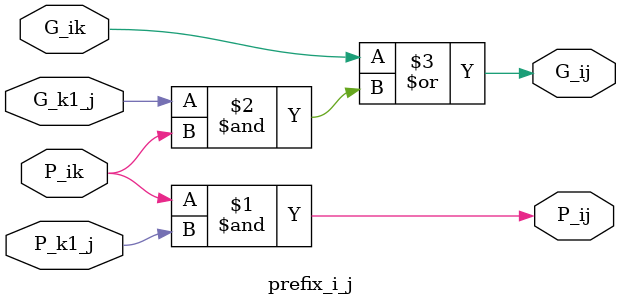
<source format=v>
/**********************************************************
// Copyright @ 2021 H. All rights reserved
// Contact with e611hx@gmail.com
============================================================
>> Author   : H
>> Date     : 2021-11-14
>> Filename    : prefix_i_j.v
>> Modulename  : prefix_i_j
>> Description : 
>> Version  : 1.0
************************************************************/

module prefix_i_j(
    // System Clock
    input        P_ik,
    input        P_k1_j,

    input        G_ik,
    input        G_k1_j,

    output       P_ij,
    output       G_ij
    
);

/*******************************************************************************
 *                                 Main Code
*******************************************************************************/

    assign P_ij = P_ik & P_k1_j;
    assign G_ij = G_ik | (G_k1_j & P_ik);
    
endmodule
</source>
